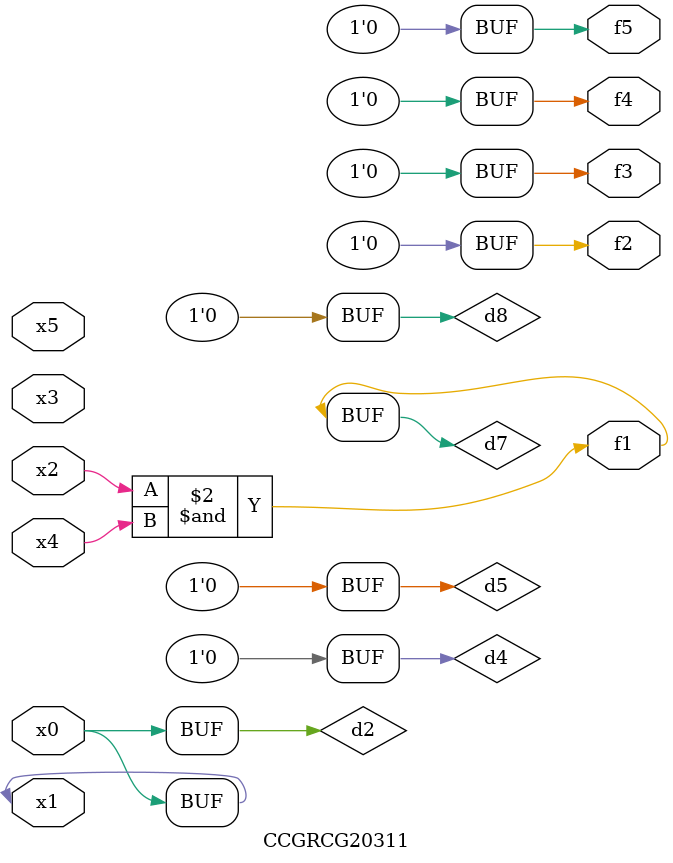
<source format=v>
module CCGRCG20311(
	input x0, x1, x2, x3, x4, x5,
	output f1, f2, f3, f4, f5
);

	wire d1, d2, d3, d4, d5, d6, d7, d8, d9;

	nand (d1, x1);
	buf (d2, x0, x1);
	nand (d3, x2, x4);
	and (d4, d1, d2);
	and (d5, d1, d2);
	nand (d6, d1, d3);
	not (d7, d3);
	xor (d8, d5);
	nor (d9, d5, d6);
	assign f1 = d7;
	assign f2 = d8;
	assign f3 = d8;
	assign f4 = d8;
	assign f5 = d8;
endmodule

</source>
